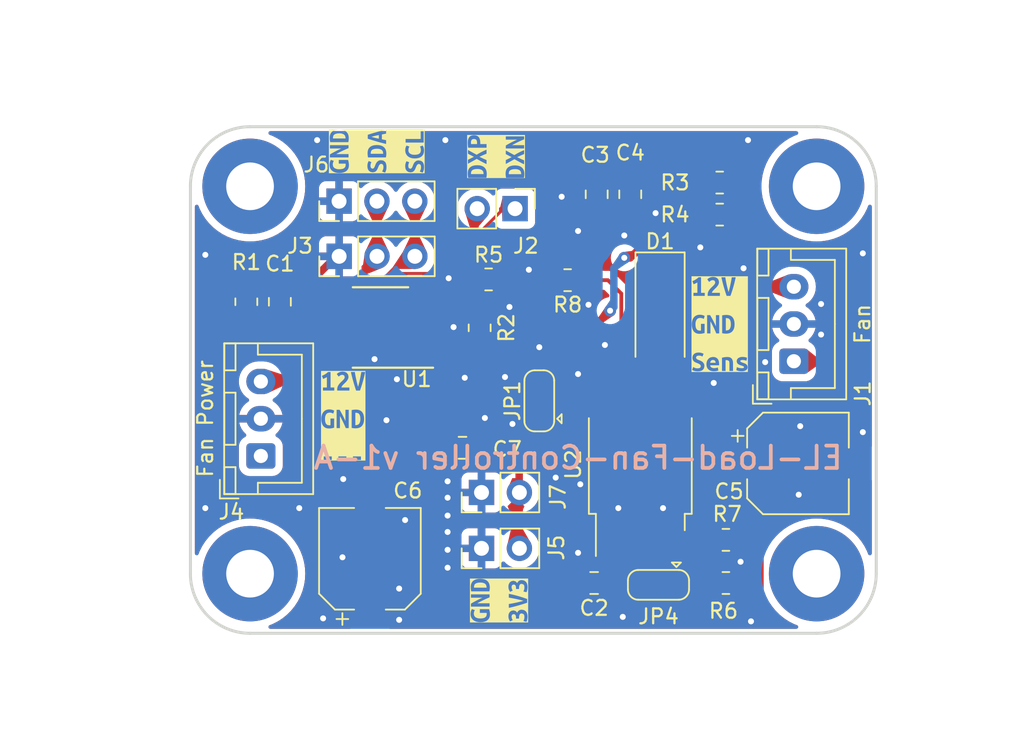
<source format=kicad_pcb>
(kicad_pcb (version 20221018) (generator pcbnew)
  (title_block (title "EL-Load-Fan-Controller") (date "2023-07-14") (rev "${VERSION}-${PCBVERSION}") (comment 1 "License: CERN-OHL-W-2.0") (comment 4 "AISLER Project ID: XDTMXZKF"))
  (layers (0 "F.Cu" signal) (31 "B.Cu" signal) (34 "B.Paste" user) (35 "F.Paste" user) (36 "B.SilkS" user "B.Silkscreen") (37 "F.SilkS" user "F.Silkscreen") (38 "B.Mask" user) (39 "F.Mask" user) (44 "Edge.Cuts" user))
  (property "PCBVERSION" "A")
  (property "VERSION" "1")
  (net 0 "")
  (net 1 "+3.3V")
  (net 2 "GND")
  (net 3 "+12P")
  (net 4 "Net-(U1-TACH1)")
  (net 5 "Net-(C4-Pad1)")
  (net 6 "/FanPWR")
  (net 7 "/Tacho")
  (net 8 "SCL")
  (net 9 "SDA")
  (net 11 "Net-(JP1-C)")
  (net 12 "Net-(JP4-A)")
  (net 13 "Net-(U1-~{SHDN})")
  (net 14 "Net-(U1-PWM)")
  (net 15 "Net-(U2-FB)")
  (net 21 "/DXP")
  (net 22 "/DXN")
  (footprint "Resistor_SMD:R_0805_2012Metric_Pad1.20x1.40mm_HandSolder" (layer "F.Cu") (at 89.916 55.626)
    (fp_text reference "R6" (at -0.166 1.874) (layer "F.SilkS"))
    (fp_text value "39k")
    (pad "1" smd roundrect (at -1 0) (size 1.2 1.4) (layers "F.Cu" "F.Paste" "F.Mask") (roundrect_rratio 0.2083333333) (net 12 "Net-(JP4-A)"))
    (pad "2" smd roundrect (at 1 0) (size 1.2 1.4) (layers "F.Cu" "F.Paste" "F.Mask") (roundrect_rratio 0.2083333333) (net 15 "Net-(U2-FB)"))
  )
  (footprint "Capacitor_SMD:CP_Elec_6.3x5.8" (layer "F.Cu") (at 66.04 54 90)
    (fp_text reference "C6" (at 4.572 2.54 180) (layer "F.SilkS"))
    (fp_text value "10u")
    (pad "1" smd roundrect (at -2.7 0 90) (size 3.5 1.6) (layers "F.Cu" "F.Paste" "F.Mask") (roundrect_rratio 0.15625) (net 3 "+12P"))
    (pad "2" smd roundrect (at 2.7 0 90) (size 3.5 1.6) (layers "F.Cu" "F.Paste" "F.Mask") (roundrect_rratio 0.15625) (net 2 "GND"))
  )
  (footprint "MountingHole:MountingHole_3.2mm_M3_Pad" (layer "F.Cu") (at 96 55)
    (fp_text reference "H4" hide)
    (fp_text value "MountingHole")
    (pad "1" thru_hole circle locked (at 0 0) (size 6.4 6.4) (drill 3.2) (layers "*.Cu" "*.Mask"))
  )
  (footprint "kibuzzard-64B07534" (layer "F.Cu") (at 64.25 44.4)
    (fp_text reference "kibuzzard-64B07534" hide)
    (fp_text value "G***" hide)
  )
  (footprint "MountingHole:MountingHole_3.2mm_M3_Pad" (layer "F.Cu") (at 96 29)
    (fp_text reference "H3" hide)
    (fp_text value "MountingHole")
    (pad "1" thru_hole circle locked (at 0 0) (size 6.4 6.4) (drill 3.2) (layers "*.Cu" "*.Mask"))
  )
  (footprint "Package_SO:QSOP-16_3.9x4.9mm_P0.635mm" (layer "F.Cu") (at 66.75 38.45 180)
    (fp_text reference "U1" (at -2.4257 -3.5) (layer "F.SilkS"))
    (fp_text value "MAX31760")
    (pad "1" smd rect (at -2.6543 -2.2225 180) (size 1.6 0.41) (layers "F.Cu" "F.Paste" "F.Mask") (net 21 "/DXP"))
    (pad "2" smd rect (at -2.6543 -1.5875 180) (size 1.6 0.41) (layers "F.Cu" "F.Paste" "F.Mask") (net 22 "/DXN"))
    (pad "3" smd rect (at -2.6543 -0.9525 180) (size 1.6 0.41) (layers "F.Cu" "F.Paste" "F.Mask") (net 11 "Net-(JP1-C)"))
    (pad "4" smd rect (at -2.6543 -0.3175 180) (size 1.6 0.41) (layers "F.Cu" "F.Paste" "F.Mask") (net 2 "GND"))
    (pad "5" smd rect (at -2.6543 0.3175 180) (size 1.6 0.41) (layers "F.Cu" "F.Paste" "F.Mask") (net 2 "GND"))
    (pad "6" smd rect (at -2.6543 0.9525 180) (size 1.6 0.41) (layers "F.Cu" "F.Paste" "F.Mask") (net 14 "Net-(U1-PWM)"))
    (pad "7" smd rect (at -2.6543 1.5875 180) (size 1.6 0.41) (layers "F.Cu" "F.Paste" "F.Mask") (net 4 "Net-(U1-TACH1)"))
    (pad "8" smd rect (at -2.6543 2.2225 180) (size 1.6 0.41) (layers "F.Cu" "F.Paste" "F.Mask") (net 2 "GND"))
    (pad "9" smd rect (at 2.6543 2.2225 180) (size 1.6 0.41) (layers "F.Cu" "F.Paste" "F.Mask"))
    (pad "10" smd rect (at 2.6543 1.5875 180) (size 1.6 0.41) (layers "F.Cu" "F.Paste" "F.Mask"))
    (pad "11" smd rect (at 2.6543 0.9525 180) (size 1.6 0.41) (layers "F.Cu" "F.Paste" "F.Mask") (net 13 "Net-(U1-~{SHDN})"))
    (pad "12" smd rect (at 2.6543 0.3175 180) (size 1.6 0.41) (layers "F.Cu" "F.Paste" "F.Mask"))
    (pad "13" smd rect (at 2.6543 -0.3175 180) (size 1.6 0.41) (layers "F.Cu" "F.Paste" "F.Mask"))
    (pad "14" smd rect (at 2.6543 -0.9525 180) (size 1.6 0.41) (layers "F.Cu" "F.Paste" "F.Mask") (net 9 "SDA"))
    (pad "15" smd rect (at 2.6543 -1.5875 180) (size 1.6 0.41) (layers "F.Cu" "F.Paste" "F.Mask") (net 8 "SCL"))
    (pad "16" smd rect (at 2.6543 -2.2225 180) (size 1.6 0.41) (layers "F.Cu" "F.Paste" "F.Mask") (net 1 "+3.3V"))
  )
  (footprint "Resistor_SMD:R_0805_2012Metric_Pad1.20x1.40mm_HandSolder" (layer "F.Cu") (at 89.5 28.75)
    (fp_text reference "R3" (at -3 0) (layer "F.SilkS"))
    (fp_text value "10")
    (pad "1" smd roundrect (at -1 0) (size 1.2 1.4) (layers "F.Cu" "F.Paste" "F.Mask") (roundrect_rratio 0.2083333333) (net 4 "Net-(U1-TACH1)"))
    (pad "2" smd roundrect (at 1 0) (size 1.2 1.4) (layers "F.Cu" "F.Paste" "F.Mask") (roundrect_rratio 0.2083333333) (net 7 "/Tacho"))
  )
  (footprint "Connector_PinHeader_2.54mm:PinHeader_1x03_P2.54mm_Vertical" (layer "F.Cu") (at 63.97 30 90)
    (fp_text reference "J6" (at 2.45 -1.52 180) (layer "F.SilkS"))
    (fp_text value "I2C")
    (pad "1" thru_hole rect (at 0 0 90) (size 1.7 1.7) (drill 1) (layers "*.Cu" "*.Mask") (net 2 "GND"))
    (pad "2" thru_hole oval (at 0 2.54 90) (size 1.7 1.7) (drill 1) (layers "*.Cu" "*.Mask") (net 9 "SDA"))
    (pad "3" thru_hole oval (at 0 5.08 90) (size 1.7 1.7) (drill 1) (layers "*.Cu" "*.Mask") (net 8 "SCL"))
  )
  (footprint "Diode_SMD:D_SMA_Handsoldering" (layer "F.Cu") (at 85.5 37.9476 -90)
    (fp_text reference "D1" (at -5.2476 0) (layer "F.SilkS"))
    (fp_text value "SS14")
    (pad "1" smd roundrect (at -2.5 0 270) (size 3.5 1.8) (layers "F.Cu" "F.Paste" "F.Mask") (roundrect_rratio 0.1388888889) (net 6 "/FanPWR"))
    (pad "2" smd roundrect (at 2.5 0 270) (size 3.5 1.8) (layers "F.Cu" "F.Paste" "F.Mask") (roundrect_rratio 0.1388888889) (net 2 "GND"))
  )
  (footprint "Connector_PinHeader_2.54mm:PinHeader_1x03_P2.54mm_Vertical" (layer "F.Cu") (at 63.975 33.7 90)
    (fp_text reference "J3" (at 0.7 -2.625 180) (layer "F.SilkS"))
    (fp_text value "I2C" hide)
    (pad "1" thru_hole rect (at 0 0 90) (size 1.7 1.7) (drill 1) (layers "*.Cu" "*.Mask") (net 2 "GND"))
    (pad "2" thru_hole oval (at 0 2.54 90) (size 1.7 1.7) (drill 1) (layers "*.Cu" "*.Mask") (net 9 "SDA"))
    (pad "3" thru_hole oval (at 0 5.08 90) (size 1.7 1.7) (drill 1) (layers "*.Cu" "*.Mask") (net 8 "SCL"))
  )
  (footprint "Capacitor_SMD:CP_Elec_6.3x5.8" (layer "F.Cu") (at 94.75 47.5996)
    (fp_text reference "C5" (at -4.6228 1.8796) (layer "F.SilkS"))
    (fp_text value "10u")
    (pad "1" smd roundrect (at -2.7 0) (size 3.5 1.6) (layers "F.Cu" "F.Paste" "F.Mask") (roundrect_rratio 0.15625) (net 6 "/FanPWR"))
    (pad "2" smd roundrect (at 2.7 0) (size 3.5 1.6) (layers "F.Cu" "F.Paste" "F.Mask") (roundrect_rratio 0.15625) (net 2 "GND"))
  )
  (footprint "Capacitor_SMD:C_0805_2012Metric_Pad1.18x1.45mm_HandSolder" (layer "F.Cu") (at 83.5 29.5375 90)
    (fp_text reference "C4" (at 2.7875 0 180) (layer "F.SilkS"))
    (fp_text value "1u")
    (pad "1" smd roundrect (at -1.0375 0 90) (size 1.175 1.45) (layers "F.Cu" "F.Paste" "F.Mask") (roundrect_rratio 0.2127659574) (net 5 "Net-(C4-Pad1)"))
    (pad "2" smd roundrect (at 1.0375 0 90) (size 1.175 1.45) (layers "F.Cu" "F.Paste" "F.Mask") (roundrect_rratio 0.2127659574) (net 2 "GND"))
  )
  (footprint "Capacitor_SMD:C_0805_2012Metric_Pad1.18x1.45mm_HandSolder" (layer "F.Cu") (at 81.0768 55.626 180)
    (fp_text reference "C2" (at 0 -1.68) (layer "F.SilkS"))
    (fp_text value "10n")
    (pad "1" smd roundrect (at -1.0375 0 180) (size 1.175 1.45) (layers "F.Cu" "F.Paste" "F.Mask") (roundrect_rratio 0.2127659574) (net 3 "+12P"))
    (pad "2" smd roundrect (at 1.0375 0 180) (size 1.175 1.45) (layers "F.Cu" "F.Paste" "F.Mask") (roundrect_rratio 0.2127659574) (net 2 "GND"))
  )
  (footprint "MountingHole:MountingHole_3.2mm_M3_Pad" (layer "F.Cu") (at 58 55)
    (fp_text reference "H2" hide)
    (fp_text value "MountingHole")
    (pad "1" thru_hole circle locked (at 0 0) (size 6.4 6.4) (drill 3.2) (layers "*.Cu" "*.Mask"))
  )
  (footprint "Resistor_SMD:R_0805_2012Metric_Pad1.20x1.40mm_HandSolder" (layer "F.Cu") (at 57.75 36.75 -90)
    (fp_text reference "R1" (at -2.6543 0) (layer "F.SilkS"))
    (fp_text value "4k7")
    (pad "1" smd roundrect (at -1 0 270) (size 1.2 1.4) (layers "F.Cu" "F.Paste" "F.Mask") (roundrect_rratio 0.2083333333) (net 13 "Net-(U1-~{SHDN})"))
    (pad "2" smd roundrect (at 1 0 270) (size 1.2 1.4) (layers "F.Cu" "F.Paste" "F.Mask") (roundrect_rratio 0.2083333333) (net 1 "+3.3V"))
  )
  (footprint "Resistor_SMD:R_0805_2012Metric_Pad1.20x1.40mm_HandSolder" (layer "F.Cu") (at 79.3 35.3 180)
    (fp_text reference "R8" (at 0 -1.65) (layer "F.SilkS"))
    (fp_text value "3k3")
    (pad "1" smd roundrect (at -1 0 180) (size 1.2 1.4) (layers "F.Cu" "F.Paste" "F.Mask") (roundrect_rratio 0.2083333333) (net 15 "Net-(U2-FB)"))
    (pad "2" smd roundrect (at 1 0 180) (size 1.2 1.4) (layers "F.Cu" "F.Paste" "F.Mask") (roundrect_rratio 0.2083333333) (net 5 "Net-(C4-Pad1)"))
  )
  (footprint "Connector_JST:JST_XH_B3B-XH-A_1x03_P2.50mm_Vertical" (layer "F.Cu") (at 58.725 47.1 90)
    (fp_text reference "J4" (at -3.75 -1.975) (layer "F.SilkS"))
    (fp_text value "Fan Power" (at 2.5 -3.725 90) (layer "F.SilkS"))
    (pad "1" thru_hole roundrect (at 0 0 90) (size 1.7 1.95) (drill 0.95) (layers "*.Cu" "*.Mask") (roundrect_rratio 0.1470588235))
    (pad "2" thru_hole oval (at 2.5 0 90) (size 1.7 1.95) (drill 0.95) (layers "*.Cu" "*.Mask") (net 2 "GND"))
    (pad "3" thru_hole oval (at 5 0 90) (size 1.7 1.95) (drill 0.95) (layers "*.Cu" "*.Mask") (net 3 "+12P"))
  )
  (footprint "Connector_JST:JST_XH_B3B-XH-A_1x03_P2.50mm_Vertical" (layer "F.Cu") (at 94.475 40.7416 90)
    (fp_text reference "J1" (at -2.1628 4.6228 270) (layer "F.SilkS"))
    (fp_text value "Fan" (at 2.5 4.6 90) (layer "F.SilkS"))
    (pad "1" thru_hole roundrect (at 0 0 90) (size 1.7 1.95) (drill 0.95) (layers "*.Cu" "*.Mask") (roundrect_rratio 0.1470588235) (net 7 "/Tacho"))
    (pad "2" thru_hole oval (at 2.5 0 90) (size 1.7 1.95) (drill 0.95) (layers "*.Cu" "*.Mask") (net 2 "GND"))
    (pad "3" thru_hole oval (at 5 0 90) (size 1.7 1.95) (drill 0.95) (layers "*.Cu" "*.Mask") (net 6 "/FanPWR"))
  )
  (footprint "Resistor_SMD:R_0805_2012Metric_Pad1.20x1.40mm_HandSolder" (layer "F.Cu") (at 89.916 52.7304)
    (fp_text reference "R7" (at 0.084 -1.7304 180) (layer "F.SilkS"))
    (fp_text value "3k3")
    (pad "1" smd roundrect (at -1 0) (size 1.2 1.4) (layers "F.Cu" "F.Paste" "F.Mask") (roundrect_rratio 0.2083333333) (net 15 "Net-(U2-FB)"))
    (pad "2" smd roundrect (at 1 0) (size 1.2 1.4) (layers "F.Cu" "F.Paste" "F.Mask") (roundrect_rratio 0.2083333333) (net 2 "GND"))
  )
  (footprint "Resistor_SMD:R_0805_2012Metric_Pad1.20x1.40mm_HandSolder" (layer "F.Cu") (at 73.4 38.5 90)
    (fp_text reference "R2" (at 0 1.8 90) (layer "F.SilkS"))
    (fp_text value "4k7")
    (pad "1" smd roundrect (at -1 0 90) (size 1.2 1.4) (layers "F.Cu" "F.Paste" "F.Mask") (roundrect_rratio 0.2083333333) (net 1 "+3.3V"))
    (pad "2" smd roundrect (at 1 0 90) (size 1.2 1.4) (layers "F.Cu" "F.Paste" "F.Mask") (roundrect_rratio 0.2083333333) (net 14 "Net-(U1-PWM)"))
  )
  (footprint "Package_TO_SOT_SMD:TO-252-5_TabPin6" (layer "F.Cu") (at 84.1756 47.674 90)
    (fp_text reference "U2" (at 0 -4.5 90) (layer "F.SilkS"))
    (fp_text value "BD00FC0WFP-E2")
    (pad "1" smd roundrect (at -5.04 -2.28 90) (size 2.2 0.8) (layers "F.Cu" "F.Paste" "F.Mask") (net 3 "+12P"))
    (pad "2" smd roundrect (at -5.04 -1.14 90) (size 2.2 0.8) (layers "F.Cu" "F.Paste" "F.Mask") (net 3 "+12P"))
    (pad "3" smd roundrect (at -5.04 0 90) (size 2.2 0.8) (layers "F.Cu" "F.Paste" "F.Mask"))
    (pad "4" smd roundrect (at -5.04 1.14 90) (size 2.2 0.8) (layers "F.Cu" "F.Paste" "F.Mask") (net 12 "Net-(JP4-A)"))
    (pad "5" smd roundrect (at -5.04 2.28 90) (size 2.2 0.8) (layers "F.Cu" "F.Paste" "F.Mask") (net 15 "Net-(U2-FB)"))
    (pad "6" smd roundrect (at -0.415 -1.525 90) (size 3.05 2.75) (layers "F.Cu" "F.Paste") (roundrect_rratio 0.09090909091) (net 2 "GND"))
    (pad "6" smd roundrect (at -0.415 1.525 90) (size 3.05 2.75) (layers "F.Cu" "F.Paste") (roundrect_rratio 0.09090909091) (net 2 "GND"))
    (pad "6" smd roundrect (at 1.26 0 90) (size 6.4 5.8) (layers "F.Cu" "F.Mask") (roundrect_rratio 0.04310293103) (net 2 "GND"))
    (pad "6" smd roundrect (at 2.935 -1.525 90) (size 3.05 2.75) (layers "F.Cu" "F.Paste") (roundrect_rratio 0.09090909091) (net 2 "GND"))
    (pad "6" smd roundrect (at 2.935 1.525 90) (size 3.05 2.75) (layers "F.Cu" "F.Paste") (roundrect_rratio 0.09090909091) (net 2 "GND"))
  )
  (footprint "kibuzzard-64B16975" (layer "F.Cu") (at 89.5 38.25)
    (fp_text reference "kibuzzard-64B16975" hide)
    (fp_text value "G***" hide)
  )
  (footprint "kibuzzard-64B07B9D" (layer "F.Cu") (at 74.5 27 90)
    (fp_text reference "kibuzzard-64B07B9D" hide)
    (fp_text value "G***" hide)
  )
  (footprint "Connector_PinHeader_2.54mm:PinHeader_1x02_P2.54mm_Vertical" (layer "F.Cu") (at 73.525 53.3 90)
    (fp_text reference "J5" (at 0.05 5.025 270) (layer "F.SilkS"))
    (fp_text value "3V3")
    (pad "1" thru_hole rect (at 0 0 90) (size 1.7 1.7) (drill 1) (layers "*.Cu" "*.Mask") (net 2 "GND"))
    (pad "2" thru_hole oval (at 0 2.54 90) (size 1.7 1.7) (drill 1) (layers "*.Cu" "*.Mask") (net 1 "+3.3V"))
  )
  (footprint "Capacitor_SMD:C_0805_2012Metric_Pad1.18x1.45mm_HandSolder" (layer "F.Cu") (at 72.25 46.55 180)
    (fp_text reference "C7" (at -3 -0.1) (layer "F.SilkS"))
    (fp_text value "1u")
    (pad "1" smd roundrect (at -1.0375 0 180) (size 1.175 1.45) (layers "F.Cu" "F.Paste" "F.Mask") (roundrect_rratio 0.2127659574) (net 1 "+3.3V"))
    (pad "2" smd roundrect (at 1.0375 0 180) (size 1.175 1.45) (layers "F.Cu" "F.Paste" "F.Mask") (roundrect_rratio 0.2127659574) (net 2 "GND"))
  )
  (footprint "MountingHole:MountingHole_3.2mm_M3_Pad" (layer "F.Cu") (at 58 29)
    (fp_text reference "H1" hide)
    (fp_text value "MountingHole")
    (pad "1" thru_hole circle locked (at 0 0) (size 6.4 6.4) (drill 3.2) (layers "*.Cu" "*.Mask"))
  )
  (footprint "Jumper:SolderJumper-3_P1.3mm_Bridged2Bar12_RoundedPad1.0x1.5mm" (layer "F.Cu") (at 85.3948 55.75 180)
    (fp_text reference "JP4" (at 0 -2.124) (layer "F.SilkS"))
    (fp_text value "SolderJumper_3_Bridged12")
    (fp_poly (pts (xy -0.9 -0.6) (xy -0.4 -0.6) (xy -0.4 -0.2) (xy -0.9 -0.2)) (fill solid) (layer "F.Cu"))
    (fp_poly (pts (xy -0.9 0.2) (xy -0.4 0.2) (xy -0.4 0.6) (xy -0.9 0.6)) (fill solid) (layer "F.Cu"))
    (pad "1" smd custom (at -1.3 0 180) (size 1 0.5) (layers "F.Cu" "F.Mask") (net 12 "Net-(JP4-A)") (options (clearance outline) (anchor rect)) (primitives (gr_circle (center 0 0.25) (end 0.5 0.25) (width 0) (fill yes)) (gr_circle (center 0 -0.25) (end 0.5 -0.25) (width 0) (fill yes)) (gr_poly (pts (xy 0.55 0.75) (xy 0 0.75) (xy 0 -0.75) (xy 0.55 -0.75)) (width 0) (fill yes))))
    (pad "2" smd rect (at 0 0 180) (size 1 1.5) (layers "F.Cu" "F.Mask") (net 6 "/FanPWR"))
    (pad "3" smd custom (at 1.3 0 180) (size 1 0.5) (layers "F.Cu" "F.Mask") (net 3 "+12P") (options (clearance outline) (anchor rect)) (primitives (gr_circle (center 0 0.25) (end 0.5 0.25) (width 0) (fill yes)) (gr_circle (center 0 -0.25) (end 0.5 -0.25) (width 0) (fill yes)) (gr_poly (pts (xy 0 0.75) (xy -0.55 0.75) (xy -0.55 -0.75) (xy 0 -0.75)) (width 0) (fill yes))))
  )
  (footprint "kibuzzard-64B10700" (layer "F.Cu") (at 74.7 56.8 90)
    (fp_text reference "kibuzzard-64B10700" hide)
    (fp_text value "G***" hide)
  )
  (footprint "Connector_PinHeader_2.54mm:PinHeader_1x02_P2.54mm_Vertical" (layer "F.Cu") (at 73.525 49.55 90)
    (fp_text reference "J7" (at -0.3 5.125 90) (layer "F.SilkS"))
    (fp_text value "3V3")
    (pad "1" thru_hole rect (at 0 0 90) (size 1.7 1.7) (drill 1) (layers "*.Cu" "*.Mask") (net 2 "GND"))
    (pad "2" thru_hole oval (at 0 2.54 90) (size 1.7 1.7) (drill 1) (layers "*.Cu" "*.Mask") (net 1 "+3.3V"))
  )
  (footprint "Jumper:SolderJumper-3_P1.3mm_Bridged2Bar12_RoundedPad1.0x1.5mm" (layer "F.Cu") (at 77.4 43.4 90)
    (fp_text reference "JP1" (at 0 -1.8 90) (layer "F.SilkS"))
    (fp_text value "I2C Address")
    (fp_poly (pts (xy -0.9 -0.6) (xy -0.4 -0.6) (xy -0.4 -0.2) (xy -0.9 -0.2)) (fill solid) (layer "F.Cu"))
    (fp_poly (pts (xy -0.9 0.2) (xy -0.4 0.2) (xy -0.4 0.6) (xy -0.9 0.6)) (fill solid) (layer "F.Cu"))
    (pad "1" smd custom (at -1.3 0 90) (size 1 0.5) (layers "F.Cu" "F.Mask") (net 2 "GND") (options (clearance outline) (anchor rect)) (primitives (gr_circle (center 0 0.25) (end 0.5 0.25) (width 0) (fill yes)) (gr_circle (center 0 -0.25) (end 0.5 -0.25) (width 0) (fill yes)) (gr_poly (pts (xy 0.55 0.75) (xy 0 0.75) (xy 0 -0.75) (xy 0.55 -0.75)) (width 0) (fill yes))))
    (pad "2" smd rect (at 0 0 90) (size 1 1.5) (layers "F.Cu" "F.Mask") (net 11 "Net-(JP1-C)"))
    (pad "3" smd custom (at 1.3 0 90) (size 1 0.5) (layers "F.Cu" "F.Mask") (net 1 "+3.3V") (options (clearance outline) (anchor rect)) (primitives (gr_circle (center 0 0.25) (end 0.5 0.25) (width 0) (fill yes)) (gr_circle (center 0 -0.25) (end 0.5 -0.25) (width 0) (fill yes)) (gr_poly (pts (xy 0 0.75) (xy -0.55 0.75) (xy -0.55 -0.75) (xy 0 -0.75)) (width 0) (fill yes))))
  )
  (footprint "kibuzzard-64B073D4" (layer "F.Cu") (at 66.5 26.65 90)
    (fp_text reference "kibuzzard-64B073D4" hide)
    (fp_text value "G***" hide)
  )
  (footprint "Capacitor_SMD:C_0805_2012Metric_Pad1.18x1.45mm_HandSolder" (layer "F.Cu") (at 60 36.75 90)
    (fp_text reference "C1" (at 2.55 0) (layer "F.SilkS"))
    (fp_text value "100n")
    (pad "1" smd roundrect (at -1.0375 0 90) (size 1.175 1.45) (layers "F.Cu" "F.Paste" "F.Mask") (roundrect_rratio 0.2127659574) (net 1 "+3.3V"))
    (pad "2" smd roundrect (at 1.0375 0 90) (size 1.175 1.45) (layers "F.Cu" "F.Paste" "F.Mask") (roundrect_rratio 0.2127659574) (net 2 "GND"))
  )
  (footprint "Connector_PinHeader_2.54mm:PinHeader_1x02_P2.54mm_Vertical" (layer "F.Cu") (at 75.775 30.5 -90)
    (fp_text reference "J2" (at 2.5 -0.725 -180) (layer "F.SilkS"))
    (fp_text value "PN sensor")
    (pad "1" thru_hole rect (at 0 0 270) (size 1.7 1.7) (drill 1) (layers "*.Cu" "*.Mask") (net 22 "/DXN"))
    (pad "2" thru_hole oval (at 0 2.54 270) (size 1.7 1.7) (drill 1) (layers "*.Cu" "*.Mask") (net 21 "/DXP"))
  )
  (footprint "Resistor_SMD:R_0805_2012Metric_Pad1.20x1.40mm_HandSolder" (layer "F.Cu") (at 74 35.25)
    (fp_text reference "R5" (at 0 -1.65) (layer "F.SilkS"))
    (fp_text value "1k")
    (pad "1" smd roundrect (at -1 0) (size 1.2 1.4) (layers "F.Cu" "F.Paste" "F.Mask") (roundrect_rratio 0.2083333333) (net 14 "Net-(U1-PWM)"))
    (pad "2" smd roundrect (at 1 0) (size 1.2 1.4) (layers "F.Cu" "F.Paste" "F.Mask") (roundrect_rratio 0.2083333333) (net 5 "Net-(C4-Pad1)"))
  )
  (footprint "Resistor_SMD:R_0805_2012Metric_Pad1.20x1.40mm_HandSolder" (layer "F.Cu") (at 89.5 30.9)
    (fp_text reference "R4" (at -3 0) (layer "F.SilkS"))
    (fp_text value "1k")
    (pad "1" smd roundrect (at -1 0) (size 1.2 1.4) (layers "F.Cu" "F.Paste" "F.Mask") (roundrect_rratio 0.2083333333) (net 1 "+3.3V"))
    (pad "2" smd roundrect (at 1 0) (size 1.2 1.4) (layers "F.Cu" "F.Paste" "F.Mask") (roundrect_rratio 0.2083333333) (net 7 "/Tacho"))
  )
  (footprint "Capacitor_SMD:C_0805_2012Metric_Pad1.18x1.45mm_HandSolder" (layer "F.Cu") (at 81.25 29.5375 90)
    (fp_text reference "C3" (at 2.6416 -0.1016 180) (layer "F.SilkS"))
    (fp_text value "100n")
    (pad "1" smd roundrect (at -1.0375 0 90) (size 1.175 1.45) (layers "F.Cu" "F.Paste" "F.Mask") (roundrect_rratio 0.2127659574) (net 4 "Net-(U1-TACH1)"))
    (pad "2" smd roundrect (at 1.0375 0 90) (size 1.175 1.45) (layers "F.Cu" "F.Paste" "F.Mask") (roundrect_rratio 0.2127659574) (net 2 "GND"))
  )
  (gr_line (start 54 55) (end 54 29) (stroke (width 0.2)) (layer "Edge.Cuts"))
  (gr_arc (start 100 55) (mid 98.828427 57.828427) (end 96 59) (stroke (width 0.2)) (layer "Edge.Cuts"))
  (gr_line (start 100 29) (end 100 55) (stroke (width 0.2)) (layer "Edge.Cuts"))
  (gr_line (start 96 59) (end 58 59) (stroke (width 0.2)) (layer "Edge.Cuts"))
  (gr_arc (start 58 59) (mid 55.171573 57.828427) (end 54 55) (stroke (width 0.2)) (layer "Edge.Cuts"))
  (gr_arc (start 96 25) (mid 98.828427 26.171573) (end 100 29) (stroke (width 0.2)) (layer "Edge.Cuts"))
  (gr_arc (start 54 29) (mid 55.171573 26.171573) (end 58 25) (stroke (width 0.2)) (layer "Edge.Cuts"))
  (gr_line (start 58 25) (end 96 25) (stroke (width 0.2)) (layer "Edge.Cuts"))
  (gr_text "EL-Load-Fan-Controller v${VERSION}-${PCBVERSION}" (at 80 48.1) (layer "B.SilkS") (effects (font (size 1.5 1.5) (thickness 0.25) bold) (justify bottom mirror)))
  (segment (start 57.75 37.75) (end 59.9625 37.75) (width 0.5) (layer "F.Cu") (net 1))
  (segment (start 63.8075 40.6925) (end 64.0957 40.6925) (width 0.5) (layer "F.Cu") (net 1))
  (segment (start 63.5 41.2875) (end 63.5 41) (width 0.5) (layer "F.Cu") (net 1))
  (segment (start 70.75 43.35) (end 73.2875 45.8875) (width 0.5) (layer "F.Cu") (net 1))
  (segment (start 74.8 39.5) (end 77.4 42.1) (width 0.5) (layer "F.Cu") (net 1))
  (segment (start 79.5 43.2) (end 79.5 46.3) (width 0.5) (layer "F.Cu") (net 1))
  (segment (start 73.4 39.5) (end 74.8 39.5) (width 0.5) (layer "F.Cu") (net 1))
  (segment (start 83.5 33.8) (end 84.2 33.1) (width 0.5) (layer "F.Cu") (net 1))
  (segment (start 75.85 46.3) (end 75.25 46.3) (width 0.5) (layer "F.Cu") (net 1))
  (segment (start 86.3 33.1) (end 88.5 30.9) (width 0.5) (layer "F.Cu") (net 1))
  (segment (start 84.2 33.1) (end 86.3 33.1) (width 0.5) (layer "F.Cu") (net 1))
  (segment (start 78.4 42.1) (end 79.5 43.2) (width 0.5) (layer "F.Cu") (net 1))
  (segment (start 77.4 42.1) (end 78.4 42.1) (width 0.5) (layer "F.Cu") (net 1))
  (segment (start 79.5 46.3) (end 75.85 46.3) (width 0.5) (layer "F.Cu") (net 1))
  (segment (start 76.05 53.285) (end 76.05 46.5) (width 0.5) (layer "F.Cu") (net 1))
  (segment (start 64.03125 41.81875) (end 63.5 41.2875) (width 0.5) (layer "F.Cu") (net 1))
  (segment (start 73.2875 45.8875) (end 73.2875 46.55) (width 0.5) (layer "F.Cu") (net 1))
  (segment (start 65.5625 43.35) (end 70.75 43.35) (width 0.5) (layer "F.Cu") (net 1))
  (segment (start 60 37.7875) (end 64.03125 41.81875) (width 0.5) (layer "F.Cu") (net 1))
  (segment (start 59.9625 37.75) (end 60 37.7875) (width 0.5) (layer "F.Cu") (net 1))
  (segment (start 64.03125 41.81875) (end 65.5625 43.35) (width 0.5) (layer "F.Cu") (net 1))
  (segment (start 63.5 41) (end 63.8075 40.6925) (width 0.5) (layer "F.Cu") (net 1))
  (segment (start 83.1 33.8) (end 83.5 33.8) (width 0.5) (layer "F.Cu") (net 1))
  (segment (start 75.25 46.3) (end 73.5375 46.3) (width 0.5) (layer "F.Cu") (net 1))
  (segment (start 76.065 53.3) (end 76.05 53.285) (width 0.5) (layer "F.Cu") (net 1))
  (segment (start 82.15 37.35) (end 77.4 42.1) (width 0.5) (layer "F.Cu") (net 1))
  (segment (start 73.5375 46.3) (end 73.2875 46.55) (width 0.5) (layer "F.Cu") (net 1))
  (segment (start 76.05 46.5) (end 75.85 46.3) (width 0.5) (layer "F.Cu") (net 1))
  (via (at 82.15 37.35) (size 0.8) (drill 0.4) (layers "F.Cu" "B.Cu") (net 1))
  (via (at 83.1 33.8) (size 0.8) (drill 0.4) (layers "F.Cu" "B.Cu") (net 1))
  (segment (start 82.4 37.1) (end 82.4 34.5) (width 0.5) (layer "B.Cu") (net 1))
  (segment (start 82.15 37.35) (end 82.4 37.1) (width 0.5) (layer "B.Cu") (net 1))
  (segment (start 82.4 34.5) (end 83.1 33.8) (width 0.5) (layer "B.Cu") (net 1))
  (segment (start 68.3543 36.2275) (end 68.2793 36.3025) (width 0.25) (layer "F.Cu") (net 2))
  (segment (start 60 35.7125) (end 61.7625 35.7125) (width 0.5) (layer "F.Cu") (net 2))
  (segment (start 68.3825 38.1325) (end 69.4043 38.1325) (width 0.25) (layer "F.Cu") (net 2))
  (segment (start 61.7625 35.7125) (end 63.975 33.5) (width 0.5) (layer "F.Cu") (net 2))
  (segment (start 69.4043 36.2275) (end 68.3543 36.2275) (width 0.25) (layer "F.Cu") (net 2))
  (segment (start 90.916 54.184) (end 90.9 54.2) (width 0.5) (layer "F.Cu") (net 2))
  (segment (start 69.4043 38.1325) (end 71.0807 38.1325) (width 0.25) (layer "F.Cu") (net 2))
  (segment (start 73.525 49.55) (end 73.525 53.3) (width 0.5) (layer "F.Cu") (net 2))
  (segment (start 71.321005 35.171005) (end 70.26451 36.2275) (width 0.25) (layer "F.Cu") (net 2))
  (segment (start 70.26451 36.2275) (end 69.4043 36.2275) (width 0.25) (layer "F.Cu") (net 2))
  (segment (start 69.4043 38.7675) (end 70.8843 38.7675) (width 0.25) (layer "F.Cu") (net 2))
  (segment (start 70.8843 38.7675) (end 71.3 38.3518) (width 0.25) (layer "F.Cu") (net 2))
  (segment (start 68.2793 38.0293) (end 68.3825 38.1325) (width 0.25) (layer "F.Cu") (net 2))
  (segment (start 71.0807 38.1325) (end 71.3 38.3518) (width 0.25) (layer "F.Cu") (net 2))
  (segment (start 80.0393 55.626) (end 80.0393 53.6393) (width 0.5) (layer "F.Cu") (net 2))
  (segment (start 90.916 52.7304) (end 90.916 54.184) (width 0.5) (layer "F.Cu") (net 2))
  (segment (start 80.0393 53.6393) (end 80 53.6) (width 0.5) (layer "F.Cu") (net 2))
  (segment (start 68.2793 36.3025) (end 68.2793 38.0293) (width 0.25) (layer "F.Cu") (net 2))
  (via (at 71.1 25.9) (size 0.8) (drill 0.4) (layers "F.Cu" "B.Cu") (net 2))
  (via (at 75.4 37.1) (size 0.8) (drill 0.4) (layers "F.Cu" "B.Cu") (net 2))
  (via (at 91.4 25.9) (size 0.8) (drill 0.4) (layers "F.Cu" "B.Cu") (net 2))
  (via (at 64.2 53.9) (size 0.8) (drill 0.4) (layers "F.Cu" "B.Cu") (net 2))
  (via (at 99.1 33.5) (size 0.8) (drill 0.4) (layers "F.Cu" "B.Cu") (net 2))
  (via (at 80 41.6) (size 0.8) (drill 0.4) (layers "F.Cu" "B.Cu") (net 2))
  (via (at 75.1 41.8) (size 0.8) (drill 0.4) (layers "F.Cu" "B.Cu") (net 2))
  (via (at 85.2 30.8) (size 0.8) (drill 0.4) (layers "F.Cu" "B.Cu") (net 2))
  (via (at 80.15 49) (size 0.8) (drill 0.4) (layers "F.Cu" "B.Cu") (net 2))
  (via (at 90.9 54.2) (size 0.8) (drill 0.4) (layers "F.Cu" "B.Cu") (net 2))
  (via (at 68 56) (size 0.8) (drill 0.4) (layers "F.Cu" "B.Cu") (net 2))
  (via (at 91.6 58.2) (size 0.8) (drill 0.4) (layers "F.Cu" "B.Cu") (net 2))
  (via (at 81.8 39.65) (size 0.8) (drill 0.4) (layers "F.Cu" "B.Cu") (net 2))
  (via (at 66.35 40.6) (size 0.8) (drill 0.4) (layers "F.Cu" "B.Cu") (net 2))
  (via (at 94.9 45.1) (size 0.8) (drill 0.4) (layers "F.Cu" "B.Cu") (net 2))
  (via (at 80 32) (size 0.8) (drill 0.4) (layers "F.Cu" "B.Cu") (net 2))
  (via (at 71.25 49.9) (size 0.8) (drill 0.4) (layers "F.Cu" "B.Cu") (net 2))
  (via (at 80 53.6) (size 0.8) (drill 0.4) (layers "F.Cu" "B.Cu") (net 2))
  (via (at 80.7 36.95) (size 0.8) (drill 0.4) (layers "F.Cu" "B.Cu") (net 2))
  (via (at 55 50.6) (size 0.8) (drill 0.4) (layers "F.Cu" "B.Cu") (net 2))
  (via (at 71.25 48.8) (size 0.8) (drill 0.4) (layers "F.Cu" "B.Cu") (net 2))
  (via (at 91.1 34.5) (size 0.8) (drill 0.4) (layers "F.Cu" "B.Cu") (net 2))
  (via (at 96.3 38.95) (size 0.8) (drill 0.4) (layers "F.Cu" "B.Cu") (net 2))
  (via (at 82.7 50.6) (size 0.8) (drill 0.4) (layers "F.Cu" "B.Cu") (net 2))
  (via (at 75.6 44.95) (size 0.8) (drill 0.4) (layers "F.Cu" "B.Cu") (net 2))
  (via (at 85.7 50.6) (size 0.8) (drill 0.4) (layers "F.Cu" "B.Cu") (net 2))
  (via (at 76.7 34.6) (size 0.8) (drill 0.4) (layers "F.Cu" "B.Cu") (net 2))
  (via (at 62.5 25.9) (size 0.8) (drill 0.4) (layers "F.Cu" "B.Cu") (net 2))
  (via (at 94.8 49.7) (size 0.8) (drill 0.4) (layers "F.Cu" "B.Cu") (net 2))
  (via (at 68.4 51.4) (size 0.8) (drill 0.4) (layers "F.Cu" "B.Cu") (net 2))
  (via (at 77.4 39.8) (size 0.8) (drill 0.4) (layers "F.Cu" "B.Cu") (net 2))
  (via (at 92.55 40.8) (size 0.8) (drill 0.4) (layers "F.Cu" "B.Cu") (net 2))
  (via (at 61.3 50.6) (size 0.8) (drill 0.4) (layers "F.Cu" "B.Cu") (net 2))
  (via (at 89.1 42.2) (size 0.8) (drill 0.4) (layers "F.Cu" "B.Cu") (net 2))
  (via (at 71.25 51.1) (size 0.8) (drill 0.4) (layers "F.Cu" "B.Cu") (net 2))
  (via (at 55 33.6) (size 0.8) (drill 0.4) (layers "F.Cu" "B.Cu") (net 2))
  (via (at 83.1 32.3) (size 0.8) (drill 0.4) (layers "F.Cu" "B.Cu") (net 2))
  (via (at 99.1 45.5) (size 0.8) (drill 0.4) (layers "F.Cu" "B.Cu") (net 2))
  (via (at 62.9 58) (size 0.8) (drill 0.4) (layers "F.Cu" "B.Cu") (net 2))
  (via (at 88.2 33.1) (size 0.8) (drill 0.4) (layers "F.Cu" "B.Cu") (net 2))
  (via (at 67.85 41.95) (size 0.8) (drill 0.4) (layers "F.Cu" "B.Cu") (net 2))
  (via (at 72.4 41.85) (size 0.8) (drill 0.4) (layers "F.Cu" "B.Cu") (net 2))
  (via (at 83 57.9) (size 0.8) (drill 0.4) (layers "F.Cu" "B.Cu") (net 2))
  (via (at 71.25 53.4) (size 0.8) (drill 0.4) (layers "F.Cu" "B.Cu") (net 2))
  (via (at 96.3 36.9) (size 0.8) (drill 0.4) (layers "F.Cu" "B.Cu") (net 2))
  (via (at 68 58.1) (size 0.8) (drill 0.4) (layers "F.Cu" "B.Cu") (net 2))
  (via (at 67.15 44.7) (size 0.8) (drill 0.4) (layers "F.Cu" "B.Cu") (net 2))
  (via (at 71.321005 35.171005) (size 0.8) (drill 0.4) (layers "F.Cu" "B.Cu") (net 2))
  (via (at 71.25 54.6) (size 0.8) (drill 0.4) (layers "F.Cu" "B.Cu") (net 2))
  (via (at 78.9 29.7) (size 0.8) (drill 0.4) (layers "F.Cu" "B.Cu") (net 2))
  (via (at 71.25 52.2) (size 0.8) (drill 0.4) (layers "F.Cu" "B.Cu") (net 2))
  (via (at 78.5 48.55) (size 0.8) (drill 0.4) (layers "F.Cu" "B.Cu") (net 2))
  (via (at 73.75 44.55) (size 0.8) (drill 0.4) (layers "F.Cu" "B.Cu") (net 2))
  (via (at 71.65 38.45) (size 0.8) (drill 0.4) (layers "F.Cu" "B.Cu") (net 2))
  (via (at 64.25 48.65) (size 0.8) (drill 0.4) (layers "F.Cu" "B.Cu") (net 2))
  (segment (start 82.1143 55.626) (end 83.9708 55.626) (width 0.5) (layer "F.Cu") (net 3))
  (segment (start 82.1143 55.626) (end 82.1143 52.9327) (width 0.5) (layer "F.Cu") (net 3))
  (segment (start 82.1143 55.626) (end 82.1143 53.4857) (width 0.5) (layer "F.Cu") (net 3))
  (segment (start 83.9708 55.626) (end 84.0948 55.75) (width 0.5) (layer "F.Cu") (net 3))
  (segment (start 80.4903 57.25) (end 82.1143 55.626) (width 0.5) (layer "F.Cu") (net 3))
  (segment (start 62.8 43.3) (end 62.8 55.2) (width 0.5) (layer "F.Cu") (net 3))
  (segment (start 66.59 57.25) (end 80.4903 57.25) (width 0.5) (layer "F.Cu") (net 3))
  (segment (start 83.0356 52.714) (end 81.8956 52.714) (width 0.5) (layer "F.Cu") (net 3))
  (segment (start 62.8 55.2) (end 64.3 56.7) (width 0.5) (layer "F.Cu") (net 3))
  (segment (start 61.5 42) (end 62.8 43.3) (width 0.5) (layer "F.Cu") (net 3))
  (segment (start 82.1143 53.4857) (end 82.886 52.714) (width 0.5) (layer "F.Cu") (net 3))
  (segment (start 64.3 56.7) (end 66.04 56.7) (width 0.5) (layer "F.Cu") (net 3))
  (segment (start 58.725 42) (end 61.5 42) (width 0.5) (layer "F.Cu") (net 3))
  (segment (start 82.886 52.714) (end 83.0356 52.714) (width 0.5) (layer "F.Cu") (net 3))
  (segment (start 66.04 56.7) (end 66.59 57.25) (width 0.5) (layer "F.Cu") (net 3))
  (segment (start 82.1143 52.9327) (end 81.8956 52.714) (width 0.5) (layer "F.Cu") (net 3))
  (segment (start 75.9 33.8) (end 79.125 30.575) (width 0.25) (layer "F.Cu") (net 4))
  (segment (start 72.7 33.8) (end 72.046005 34.453995) (width 0.25) (layer "F.Cu") (net 4))
  (segment (start 72.7 33.8) (end 75.9 33.8) (width 0.25) (layer "F.Cu") (net 4))
  (segment (start 79.125 30.575) (end 81.25 30.575) (width 0.25) (layer "F.Cu") (net 4))
  (segment (start 82.1625 29.6625) (end 81.25 30.575) (width 0.25) (layer "F.Cu") (net 4))
  (segment (start 87.5875 29.6625) (end 82.1625 29.6625) (width 0.25) (layer "F.Cu") (net 4))
  (segment (start 72.046005 35.503995) (end 70.6875 36.8625) (width 0.25) (layer "F.Cu") (net 4))
  (segment (start 72.046005 34.453995) (end 72.046005 35.503995) (width 0.25) (layer "F.Cu") (net 4))
  (segment (start 88.5 28.75) (end 87.5875 29.6625) (width 0.25) (layer "F.Cu") (net 4))
  (segment (start 70.6875 36.8625) (end 69.4043 36.8625) (width 0.25) (layer "F.Cu") (net 4))
  (segment (start 83.225 30.575) (end 83.5 30.575) (width 0.25) (layer "F.Cu") (net 5))
  (segment (start 75.45 35.7) (end 77.9 35.7) (width 0.25) (layer "F.Cu") (net 5))
  (segment (start 75 35.25) (end 75.45 35.7) (width 0.25) (layer "F.Cu") (net 5))
  (segment (start 78.5 35.3) (end 83.225 30.575) (width 0.25) (layer "F.Cu") (net 5))
  (segment (start 78.3 35.3) (end 78.5 35.3) (width 0.25) (layer "F.Cu") (net 5))
  (segment (start 77.9 35.7) (end 78.3 35.3) (width 0.25) (layer "F.Cu") (net 5))
  (segment (start 85.3948 56.386396) (end 85.3948 55.75) (width 0.5) (layer "F.Cu") (net 6))
  (segment (start 91.648482 35.7416) (end 94.475 35.7416) (width 0.5) (layer "F.Cu") (net 6))
  (segment (start 86.308404 57.3) (end 85.3948 56.386396) (width 0.5) (layer "F.Cu") (net 6))
  (segment (start 91.4 57.3) (end 86.308404 57.3) (width 0.5) (layer "F.Cu") (net 6))
  (segment (start 90.85 46.3996) (end 90.85 36.8916) (width 0.5) (layer "F.Cu") (net 6))
  (segment (start 92.2 56.5) (end 91.4 57.3) (width 0.5) (layer "F.Cu") (net 6))
  (segment (start 85.8024 35.75) (end 91.5 35.75) (width 0.5) (layer "F.Cu") (net 6))
  (segment (start 85.5 35.4476) (end 85.8024 35.75) (width 0.5) (layer "F.Cu") (net 6))
  (segment (start 92.05 47.5996) (end 92.2 47.7496) (width 0.5) (layer "F.Cu") (net 6))
  (segment (start 90.85 46.3996) (end 92.05 47.5996) (width 0.5) (layer "F.Cu") (net 6))
  (segment (start 90.85 36.8916) (end 92 35.7416) (width 0.5) (layer "F.Cu") (net 6))
  (segment (start 92.2 47.7496) (end 92.2 56.5) (width 0.5) (layer "F.Cu") (net 6))
  (segment (start 90.5 30.9) (end 90.5 32) (width 0.25) (layer "F.Cu") (net 7))
  (segment (start 90.5 30.9) (end 90.5 28.75) (width 0.25) (layer "F.Cu") (net 7))
  (segment (start 97.5 35.75) (end 97.5 39.5) (width 0.25) (layer "F.Cu") (net 7))
  (segment (start 96.2584 40.7416) (end 94.475 40.7416) (width 0.25) (layer "F.Cu") (net 7))
  (segment (start 90.5 32) (end 92 33.5) (width 0.25) (layer "F.Cu") (net 7))
  (segment (start 95.25 33.5) (end 97.5 35.75) (width 0.25) (layer "F.Cu") (net 7))
  (segment (start 97.5 39.5) (end 96.2584 40.7416) (width 0.25) (layer "F.Cu") (net 7))
  (segment (start 92 33.5) (end 95.25 33.5) (width 0.25) (layer "F.Cu") (net 7))
  (segment (start 68.685074 33.5) (end 69.055 33.5) (width 0.25) (layer "F.Cu") (net 8))
  (segment (start 64.1939 39.9393) (end 65.147096 39.9393) (width 0.25) (layer "F.Cu") (net 8))
  (segment (start 69.055 30.005) (end 69.05 30) (width 0.25) (layer "F.Cu") (net 8))
  (segment (start 64.0957 40.0375) (end 64.1939 39.9393) (width 0.25) (layer "F.Cu") (net 8))
  (segment (start 69.055 33.7) (end 69.055 30.005) (width 0.25) (layer "F.Cu") (net 8))
  (segment (start 65.147096 39.9393) (end 66.2 38.886396) (width 0.25) (layer "F.Cu") (net 8))
  (segment (start 66.2 35.985074) (end 68.685074 33.5) (width 0.25) (layer "F.Cu") (net 8))
  (segment (start 66.2 38.886396) (end 66.2 35.985074) (width 0.25) (layer "F.Cu") (net 8))
  (segment (start 64.1939 39.3043) (end 65.1457 39.3043) (width 0.25) (layer "F.Cu") (net 9))
  (segment (start 64.0957 39.4025) (end 64.1939 39.3043) (width 0.25) (layer "F.Cu") (net 9))
  (segment (start 65.6 34.415) (end 66.515 33.5) (width 0.25) (layer "F.Cu") (net 9))
  (segment (start 65.1457 39.3043) (end 65.6 38.85) (width 0.25) (layer "F.Cu") (net 9))
  (segment (start 66.515 33.7) (end 66.515 30.005) (width 0.25) (layer "F.Cu") (net 9))
  (segment (start 66.515 30.005) (end 66.51 30) (width 0.25) (layer "F.Cu") (net 9))
  (segment (start 65.6 38.85) (end 65.6 34.415) (width 0.25) (layer "F.Cu") (net 9))
  (segment (start 70.9 42.1) (end 72.2 43.4) (width 0.25) (layer "F.Cu") (net 11))
  (segment (start 72.2 43.4) (end 77.4 43.4) (width 0.25) (layer "F.Cu") (net 11))
  (segment (start 70.5525 39.4025) (end 70.9 39.75) (width 0.25) (layer "F.Cu") (net 11))
  (segment (start 69.4043 39.4025) (end 70.5525 39.4025) (width 0.25) (layer "F.Cu") (net 11))
  (segment (start 70.9 39.75) (end 70.9 42.1) (width 0.25) (layer "F.Cu") (net 11))
  (segment (start 86.6948 55.75) (end 88.792 55.75) (width 0.25) (layer "F.Cu") (net 12))
  (segment (start 86.6948 54.9) (end 86.6948 55.75) (width 0.5) (layer "F.Cu") (net 12))
  (segment (start 85.821145 54.55) (end 86.3448 54.55) (width 0.5) (layer "F.Cu") (net 12))
  (segment (start 88.792 55.75) (end 88.916 55.626) (width 0.25) (layer "F.Cu") (net 12))
  (segment (start 86.3448 54.55) (end 86.6948 54.9) (width 0.5) (layer "F.Cu") (net 12))
  (segment (start 85.3156 54.044455) (end 85.821145 54.55) (width 0.5) (layer "F.Cu") (net 12))
  (segment (start 85.3156 52.714) (end 85.3156 54.044455) (width 0.5) (layer "F.Cu") (net 12))
  (segment (start 58.875 36.875) (end 62.5214 36.875) (width 0.25) (layer "F.Cu") (net 13))
  (segment (start 63.0457 37.4975) (end 64.0957 37.4975) (width 0.25) (layer "F.Cu") (net 13))
  (segment (start 57.75 35.75) (end 58.875 36.875) (width 0.25) (layer "F.Cu") (net 13))
  (segment (start 62.5214 36.9732) (end 63.0457 37.4975) (width 0.25) (layer "F.Cu") (net 13))
  (segment (start 62.5214 36.875) (end 62.5214 36.9732) (width 0.25) (layer "F.Cu") (net 13))
  (segment (start 69.4043 37.4975) (end 70.7525 37.4975) (width 0.25) (layer "F.Cu") (net 14))
  (segment (start 73 35.25) (end 73 37.1) (width 0.25) (layer "F.Cu") (net 14))
  (segment (start 70.7525 37.4975) (end 73 35.25) (width 0.25) (layer "F.Cu") (net 14))
  (segment (start 73 37.1) (end 73.4 37.5) (width 0.25) (layer "F.Cu") (net 14))
  (segment (start 88.8996 52.714) (end 88.916 52.7304) (width 0.25) (layer "F.Cu") (net 15))
  (segment (start 90.916 55.626) (end 90.626 55.626) (width 0.25) (layer "F.Cu") (net 15))
  (segment (start 90.626 55.626) (end 88.916 53.916) (width 0.25) (layer "F.Cu") (net 15))
  (segment (start 82 35.3) (end 82.9 36.2) (width 0.25) (layer "F.Cu") (net 15))
  (segment (start 86.4556 52.714) (end 88.8996 52.714) (width 0.25) (layer "F.Cu") (net 15))
  (segment (start 82.9 42) (end 83.4226 42.5226) (width 0.25) (layer "F.Cu") (net 15))
  (segment (start 83.4226 42.5226) (end 86.697375 42.5226) (width 0.25) (layer "F.Cu") (net 15))
  (segment (start 82.9 36.2) (end 82.9 42) (width 0.25) (layer "F.Cu") (net 15))
  (segment (start 88.916 53.916) (end 88.916 52.7304) (width 0.25) (layer "F.Cu") (net 15))
  (segment (start 88.916 44.741225) (end 88.916 52.7304) (width 0.25) (layer "F.Cu") (net 15))
  (segment (start 80.3 35.3) (end 82 35.3) (width 0.25) (layer "F.Cu") (net 15))
  (segment (start 86.697375 42.5226) (end 88.916 44.741225) (width 0.25) (layer "F.Cu") (net 15))
  (segment (start 66.9 39.337436) (end 68.235064 40.6725) (width 0.2) (layer "F.Cu") (net 21))
  (segment (start 66.9 35.886114) (end 66.9 39.337436) (width 0.2) (layer "F.Cu") (net 21))
  (segment (start 73.235 31.702081) (end 70.087081 34.85) (width 0.2) (layer "F.Cu") (net 21))
  (segment (start 67.936114 34.85) (end 66.9 35.886114) (width 0.2) (layer "F.Cu") (net 21))
  (segment (start 73.235 30.5) (end 73.235 31.702081) (width 0.2) (layer "F.Cu") (net 21))
  (segment (start 68.235064 40.6725) (end 69.4043 40.6725) (width 0.2) (layer "F.Cu") (net 21))
  (segment (start 70.087081 34.85) (end 67.936114 34.85) (width 0.2) (layer "F.Cu") (net 21))
  (segment (start 69.4043 40.0375) (end 68.5025 40.0375) (width 0.2) (layer "F.Cu") (net 22))
  (segment (start 74.8 30.702767) (end 70.252767 35.25) (width 0.2) (layer "F.Cu") (net 22))
  (segment (start 68.2 35.25) (end 67.6 35.85) (width 0.2) (layer "F.Cu") (net 22))
  (segment (start 68.5025 40.0375) (end 67.6 39.135) (width 0.2) (layer "F.Cu") (net 22))
  (segment (start 70.252767 35.25) (end 68.2 35.25) (width 0.2) (layer "F.Cu") (net 22))
  (segment (start 75.775 30.5) (end 74.8 30.5) (width 0.2) (layer "F.Cu") (net 22))
  (segment (start 67.6 39.135) (end 67.6 35.85) (width 0.2) (layer "F.Cu") (net 22))
  (segment (start 74.8 30.5) (end 74.8 30.702767) (width 0.2) (layer "F.Cu") (net 22))
  (zone locked (net 2) (net_name "GND") (layers "F&B.Cu") (connect_pads (clearance 0.5)) (min_thickness 0.25) (fill yes (thermal_gap 0.5) (thermal_bridge_width 0.5))
    (polygon (pts (xy 53 24) (xy 101 24) (xy 101 60) (xy 53 60)))
  )
)
</source>
